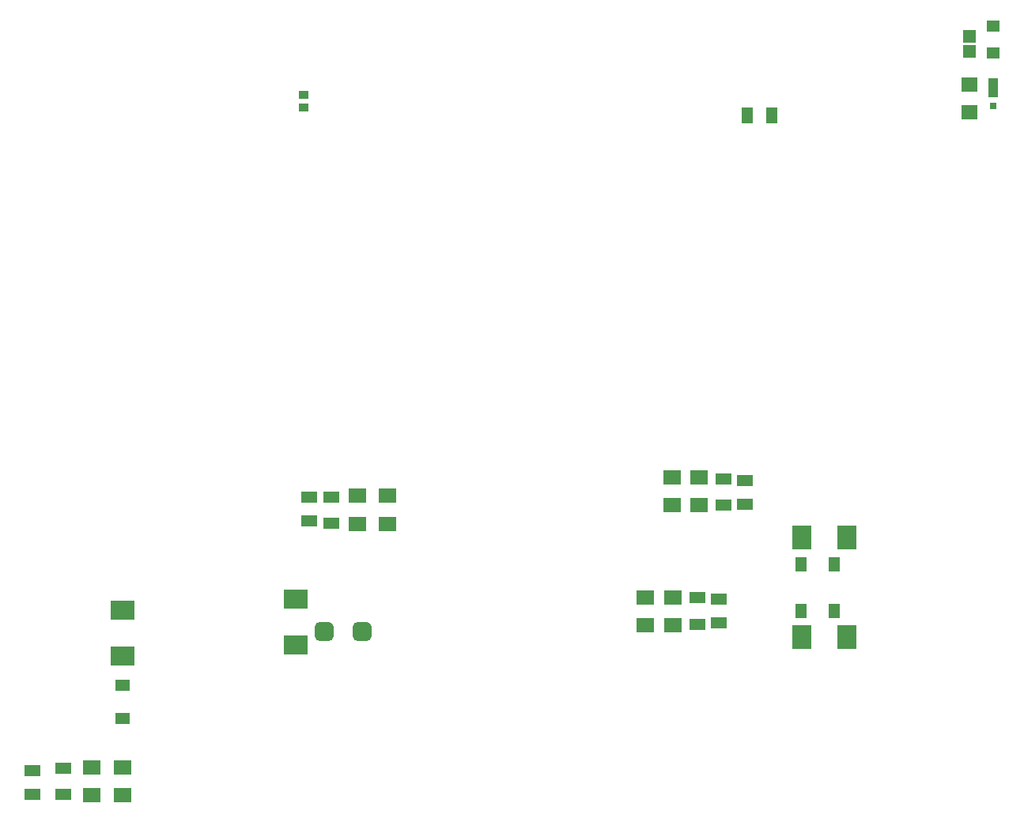
<source format=gbp>
G04*
G04 #@! TF.GenerationSoftware,Altium Limited,CircuitMaker,2.2.1 (2.2.1.6)*
G04*
G04 Layer_Color=16770453*
%FSLAX44Y44*%
%MOMM*%
G71*
G04*
G04 #@! TF.SameCoordinates,19C9E3CA-E082-4F8C-9F67-3D0F94DA41C6*
G04*
G04*
G04 #@! TF.FilePolarity,Positive*
G04*
G01*
G75*
%ADD48R,1.0000X0.9000*%
%ADD89R,2.6000X2.1000*%
%ADD90R,1.9000X1.5000*%
%ADD92R,0.8000X0.8000*%
%ADD93R,1.1000X2.0000*%
%ADD95R,2.1000X2.6000*%
G04:AMPARAMS|DCode=100|XSize=2mm|YSize=2mm|CornerRadius=0.5mm|HoleSize=0mm|Usage=FLASHONLY|Rotation=90.000|XOffset=0mm|YOffset=0mm|HoleType=Round|Shape=RoundedRectangle|*
%AMROUNDEDRECTD100*
21,1,2.0000,1.0000,0,0,90.0*
21,1,1.0000,2.0000,0,0,90.0*
1,1,1.0000,0.5000,0.5000*
1,1,1.0000,0.5000,-0.5000*
1,1,1.0000,-0.5000,-0.5000*
1,1,1.0000,-0.5000,0.5000*
%
%ADD100ROUNDEDRECTD100*%
%ADD261R,1.8000X1.5000*%
%ADD262R,1.4500X1.3500*%
%ADD263R,1.4000X1.3000*%
%ADD264R,1.6000X1.2000*%
%ADD265R,1.7000X1.1500*%
%ADD266R,1.8000X1.3000*%
%ADD267R,1.2000X1.6000*%
%ADD268R,1.2000X1.7500*%
D48*
X579120Y1187850D02*
D03*
Y1174350D02*
D03*
D89*
X384810Y586740D02*
D03*
Y635740D02*
D03*
X570230Y598170D02*
D03*
Y647170D02*
D03*
D90*
X636380Y727950D02*
D03*
Y757950D02*
D03*
X668130Y727950D02*
D03*
Y757950D02*
D03*
X351790Y437120D02*
D03*
Y467120D02*
D03*
X384810Y437120D02*
D03*
Y467120D02*
D03*
X973100Y747960D02*
D03*
Y777960D02*
D03*
X1002310Y747960D02*
D03*
Y777960D02*
D03*
X973970Y649110D02*
D03*
Y619110D02*
D03*
X944760Y649110D02*
D03*
Y619110D02*
D03*
D92*
X1316990Y1176020D02*
D03*
D93*
Y1195020D02*
D03*
D95*
X1111780Y607060D02*
D03*
X1160780D02*
D03*
X1111780Y713740D02*
D03*
X1160780D02*
D03*
D100*
X601030Y613110D02*
D03*
X641030D02*
D03*
D261*
X1291590Y1168654D02*
D03*
Y1198654D02*
D03*
D262*
Y1233810D02*
D03*
Y1250310D02*
D03*
D263*
X1316990Y1261640D02*
D03*
Y1232640D02*
D03*
D264*
X384810Y519210D02*
D03*
Y555210D02*
D03*
D265*
X584310Y756970D02*
D03*
Y731470D02*
D03*
X288290Y463600D02*
D03*
Y438100D02*
D03*
X1051450Y774750D02*
D03*
Y749250D02*
D03*
X1023500Y622250D02*
D03*
Y647750D02*
D03*
D266*
X608440Y728950D02*
D03*
Y756950D02*
D03*
X321310Y438120D02*
D03*
Y466120D02*
D03*
X1028590Y748000D02*
D03*
Y776000D02*
D03*
X1000640Y648690D02*
D03*
Y620690D02*
D03*
D267*
X1147030Y635000D02*
D03*
X1111030D02*
D03*
X1147030Y684530D02*
D03*
X1111030D02*
D03*
D268*
X1079800Y1165860D02*
D03*
X1053800D02*
D03*
M02*

</source>
